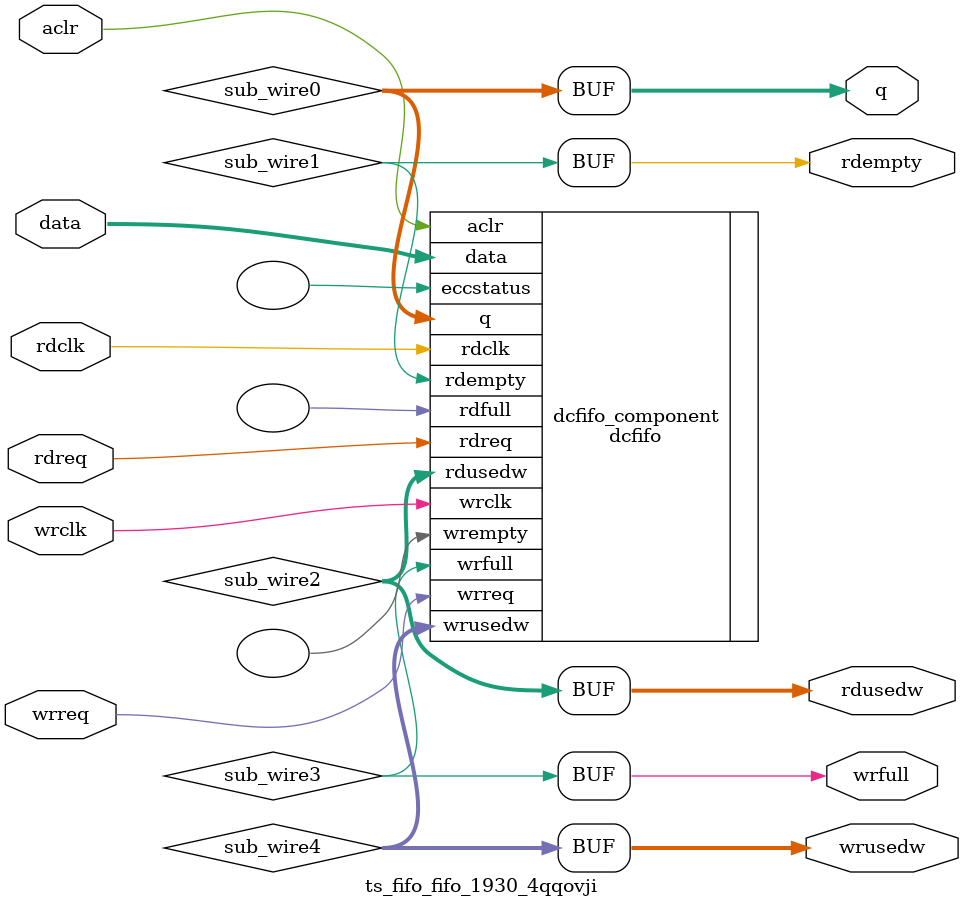
<source format=v>



`timescale 1 ps / 1 ps
// synopsys translate_on
module  ts_fifo_fifo_1930_4qqovji  (
    aclr,
    data,
    rdclk,
    rdreq,
    wrclk,
    wrreq,
    q,
    rdempty,
    rdusedw,
    wrfull,
    wrusedw);

    input    aclr;
    input  [79:0]  data;
    input    rdclk;
    input    rdreq;
    input    wrclk;
    input    wrreq;
    output [79:0]  q;
    output   rdempty;
    output [3:0]  rdusedw;
    output   wrfull;
    output [3:0]  wrusedw;
`ifndef ALTERA_RESERVED_QIS
// synopsys translate_off
`endif
    tri0     aclr;
`ifndef ALTERA_RESERVED_QIS
// synopsys translate_on
`endif

    wire [79:0] sub_wire0;
    wire  sub_wire1;
    wire [3:0] sub_wire2;
    wire  sub_wire3;
    wire [3:0] sub_wire4;
    wire [79:0] q = sub_wire0[79:0];
    wire  rdempty = sub_wire1;
    wire [3:0] rdusedw = sub_wire2[3:0];
    wire  wrfull = sub_wire3;
    wire [3:0] wrusedw = sub_wire4[3:0];

    dcfifo  dcfifo_component (
                .aclr (aclr),
                .data (data),
                .rdclk (rdclk),
                .rdreq (rdreq),
                .wrclk (wrclk),
                .wrreq (wrreq),
                .q (sub_wire0),
                .rdempty (sub_wire1),
                .rdusedw (sub_wire2),
                .wrfull (sub_wire3),
                .wrusedw (sub_wire4),
                .eccstatus (),
                .rdfull (),
                .wrempty ());
    defparam
        dcfifo_component.enable_ecc  = "FALSE",
        dcfifo_component.intended_device_family  = "Cyclone 10 GX",
        dcfifo_component.lpm_hint  = "DISABLE_DCFIFO_EMBEDDED_TIMING_CONSTRAINT=TRUE",
        dcfifo_component.lpm_numwords  = 16,
        dcfifo_component.lpm_showahead  = "OFF",
        dcfifo_component.lpm_type  = "dcfifo",
        dcfifo_component.lpm_width  = 80,
        dcfifo_component.lpm_widthu  = 4,
        dcfifo_component.overflow_checking  = "ON",
        dcfifo_component.rdsync_delaypipe  = 4,
        dcfifo_component.read_aclr_synch  = "ON",
        dcfifo_component.underflow_checking  = "ON",
        dcfifo_component.use_eab  = "ON",
        dcfifo_component.write_aclr_synch  = "ON",
        dcfifo_component.wrsync_delaypipe  = 4;


endmodule



</source>
